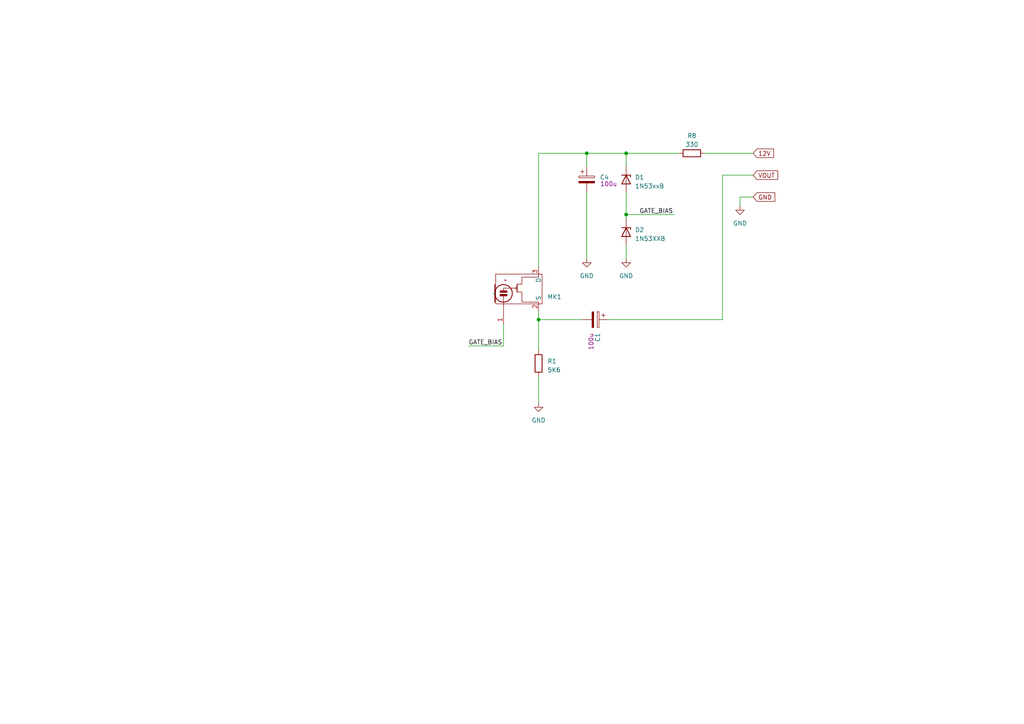
<source format=kicad_sch>
(kicad_sch (version 20230121) (generator eeschema)
  (paper "A4")
  (lib_symbols
    (symbol "Device:C_Polarized" (pin_numbers hide) (pin_names (offset 0.254))
      (property "Reference" "C" (at 0.635 2.54 0))
      (property "Value" "C_Polarized" (at 0.635 -2.54 0))
      (symbol "C_Polarized_0_1"
        (rectangle (start -2.286 0.508) (end 2.286 1.016))
        (polyline (pts (xy -1.778 2.286) (xy -0.762 2.286)))
        (polyline (pts (xy -1.27 2.794) (xy -1.27 1.778)))
        (rectangle (start 2.286 -0.508) (end -2.286 -1.016) (fill (type outline)))
      )
      (symbol "C_Polarized_1_1"
        (pin passive line (at 0 3.81 270) (length 2.794) (name "~") (number "1"))
        (pin passive line (at 0 -3.81 90) (length 2.794) (name "~") (number "2"))
      )
    )
    (symbol "Device:Electret_3T"
      (property "Reference" "MK" (at -11.43 -1.27 0))
      (symbol "Electret_3T_0_1"
        (rectangle (start -8.636 4.318) (end 4.826 -4.318))
        (circle (center -6.35 -1.27) (radius 2.54) (stroke (width 0.254)))
        (rectangle (start -5.334 -1.524) (end -7.366 -2.032) (fill (type outline)))
        (rectangle (start -5.334 -0.508) (end -7.366 -1.016) (fill (type outline)))
        (polyline (pts (xy -8.89 1.27) (xy -8.89 -3.81)) (stroke (width 0.254)))
        (polyline (pts (xy -6.35 -7.62) (xy -6.35 -2.8194)))
        (polyline (pts (xy -6.35 -2.032) (xy -6.35 -2.794)))
        (polyline (pts (xy -6.35 -0.508) (xy -6.35 0.254)))
        (polyline (pts (xy -6.096 2.54) (xy -5.588 2.54)))
        (polyline (pts (xy -5.842 2.794) (xy -5.842 2.286)))
        (polyline (pts (xy -2.54 -0.889) (xy -2.54 1.397)))
        (polyline (pts (xy -6.35 0.254) (xy -2.667 0.254) (xy -2.8194 0.4318) (xy -2.8194 0.0762) (xy -2.667 0.254)))
        (polyline (pts (xy 3.81 3.81) (xy 3.81 3.429) (xy -1.016 3.429) (xy -1.016 1.397) (xy -2.286 1.397) (xy -2.286 -0.889) (xy -1.016 -0.889) (xy -1.016 -3.81) (xy 3.81 -3.81)))
      )
      (symbol "Electret_3T_1_1"
        (pin passive line (at -6.35 -10.16 90) (length 2.54) (name "") (number "1"))
        (pin passive line (at 3.81 -6.35 90) (length 2.54) (name "S") (number "2"))
        (pin passive line (at 3.81 6.35 270) (length 2.54) (name "D") (number "3"))
      )
    )
    (symbol "Device:R" (pin_numbers hide) (pin_names (offset 0))
      (property "Reference" "R" (at 2.032 0 90))
      (property "Value" "R" (at 0 0 90))
      (symbol "R_0_1"
        (rectangle (start -1.016 -2.54) (end 1.016 2.54) (stroke (width 0.254)))
      )
      (symbol "R_1_1"
        (pin passive line (at 0 3.81 270) (length 1.27) (name "~") (number "1"))
        (pin passive line (at 0 -3.81 90) (length 1.27) (name "~") (number "2"))
      )
    )
    (symbol "Diode:1N53xxB" (pin_numbers hide) (pin_names hide)
      (property "Reference" "D" (at 0 2.54 0))
      (property "Value" "1N53xxB" (at 0 -2.54 0))
      (symbol "1N53xxB_0_1"
        (polyline (pts (xy 1.27 0) (xy -1.27 0)))
        (polyline (pts (xy -1.27 -1.27) (xy -1.27 1.27) (xy -0.762 1.27)) (stroke (width 0.254)))
        (polyline (pts (xy 1.27 -1.27) (xy 1.27 1.27) (xy -1.27 0) (xy 1.27 -1.27)) (stroke (width 0.254)))
      )
      (symbol "1N53xxB_1_1"
        (pin passive line (at -3.81 0 0) (length 2.54) (name "K") (number "1"))
        (pin passive line (at 3.81 0 180) (length 2.54) (name "A") (number "2"))
      )
    )
    (symbol "power:GND" (power) (pin_names (offset 0))
      (property "Value" "GND" (at 0 -3.81 0))
      (symbol "GND_0_1"
        (polyline (pts (xy 0 0) (xy 0 -1.27) (xy 1.27 -1.27) (xy 0 -2.54) (xy -1.27 -1.27) (xy 0 -1.27)))
      )
      (symbol "GND_1_1"
        (pin power_in line (at 0 0 270) (length 0) hide (name "GND") (number "1"))
      )
    )
  )
  (junction (at 181.61 44.45))
  (junction (at 170.18 44.45))
  (junction (at 156.21 92.71))
  (junction (at 181.61 62.23))
  (wire (pts (xy 181.61 62.23) (xy 195.58 62.23)))
  (wire (pts (xy 181.61 44.45) (xy 196.85 44.45)))
  (wire (pts (xy 181.61 48.26) (xy 181.61 44.45)))
  (wire (pts (xy 181.61 74.93) (xy 181.61 71.12)))
  (wire (pts (xy 156.21 77.47) (xy 156.21 44.45)))
  (wire (pts (xy 181.61 55.88) (xy 181.61 62.23)))
  (wire (pts (xy 218.44 57.15) (xy 214.63 57.15)))
  (wire (pts (xy 170.18 44.45) (xy 181.61 44.45)))
  (wire (pts (xy 209.55 92.71) (xy 176.53 92.71)))
  (wire (pts (xy 156.21 90.17) (xy 156.21 92.71)))
  (wire (pts (xy 146.05 100.33) (xy 146.05 93.98)))
  (wire (pts (xy 135.89 100.33) (xy 146.05 100.33)))
  (wire (pts (xy 181.61 62.23) (xy 181.61 63.5)))
  (wire (pts (xy 156.21 44.45) (xy 170.18 44.45)))
  (wire (pts (xy 218.44 50.8) (xy 209.55 50.8)))
  (wire (pts (xy 204.47 44.45) (xy 218.44 44.45)))
  (wire (pts (xy 170.18 55.88) (xy 170.18 74.93)))
  (wire (pts (xy 214.63 57.15) (xy 214.63 59.69)))
  (wire (pts (xy 156.21 109.22) (xy 156.21 116.84)))
  (wire (pts (xy 170.18 48.26) (xy 170.18 44.45)))
  (wire (pts (xy 156.21 92.71) (xy 156.21 101.6)))
  (wire (pts (xy 209.55 50.8) (xy 209.55 92.71)))
  (wire (pts (xy 156.21 92.71) (xy 168.91 92.71)))
  (label "GATE_BIAS" (at 185.42 62.23 0))
  (label "GATE_BIAS" (at 135.89 100.33 0))
  (global_label "GND" (shape input) (at 218.44 57.15 0) (property "Intersheetrefs" "${INTERSHEET_REFS}" (effects hide)))
  (global_label "12V" (shape input) (at 218.44 44.45 0) (property "Intersheetrefs" "${INTERSHEET_REFS}" (effects hide)))
  (global_label "VOUT" (shape input) (at 218.44 50.8 0) (property "Intersheetrefs" "${INTERSHEET_REFS}" (effects hide)))
  (symbol (lib_id "Device:R") (at 156.21 105.41 0) (unit 1)
    (property "Reference" "R1" (at 158.75 104.775 0) (effects (justify left)))
    (property "Value" "5K6" (at 158.75 107.315 0) (effects (justify left)))
    (property "Footprint" "Resistor_SMD:R_0603_1608Metric_Pad0.98x0.95mm_HandSolder" (effects hide))
  )
  (symbol (lib_id "Device:C_Polarized") (at 170.18 52.07 0) (unit 1)
    (property "Reference" "C4" (at 173.99 51.435 0) (effects (justify left)))
    (property "Value" "UHE1H101MPD" (effects hide))
    (property "Footprint" "Capacitor_THT:CP_Radial_D8.0mm_P3.50mm" (effects hide))
    (property "Size" "100u" (at 176.53 53.34 0))
  )
  (symbol (lib_id "power:GND") (at 170.18 74.93 0) (unit 1)
    (property "Reference" "#PWR06" (effects hide))
    (property "Value" "GND" (at 170.18 80.01 0))
  )
  (symbol (lib_id "power:GND") (at 156.21 116.84 0) (unit 1)
    (property "Reference" "#PWR01" (effects hide))
    (property "Value" "GND" (at 156.21 121.92 0))
  )
  (symbol (lib_id "Device:R") (at 200.66 44.45 90) (unit 1)
    (property "Reference" "R8" (at 200.66 39.37 90))
    (property "Value" "330" (at 200.66 41.91 90))
    (property "Footprint" "Resistor_SMD:R_0603_1608Metric_Pad0.98x0.95mm_HandSolder" (effects hide))
  )
  (symbol (lib_id "power:GND") (at 214.63 59.69 0) (unit 1)
    (property "Reference" "#PWR08" (effects hide))
    (property "Value" "GND" (at 214.63 64.77 0))
  )
  (symbol (lib_id "Diode:1N53xxB") (at 181.61 67.31 270) (unit 1)
    (property "Reference" "D2" (at 184.15 66.675 90) (effects (justify left)))
    (property "Value" "1N53XXB" (at 184.15 69.215 90) (effects (justify left)))
    (property "Footprint" "Diode_THT:D_DO-201_P15.24mm_Horizontal" (effects hide))
    (property "Datasheet" "https://diotec.com/tl_files/diotec/files/pdf/datasheets/1n5345b.pdf" (effects hide))
  )
  (symbol (lib_id "Device:C_Polarized") (at 172.72 92.71 270) (unit 1)
    (property "Reference" "C1" (at 173.355 96.52 0) (effects (justify left)))
    (property "Value" "UHE1H101MPD" (effects hide))
    (property "Footprint" "Capacitor_THT:CP_Radial_D8.0mm_P3.50mm" (effects hide))
    (property "Size" "100u" (at 171.45 99.06 0))
  )
  (symbol (lib_id "Diode:1N53xxB") (at 181.61 52.07 270) (unit 1)
    (property "Reference" "D1" (at 184.15 51.435 90) (effects (justify left)))
    (property "Value" "1N53xxB" (at 184.15 53.975 90) (effects (justify left)))
    (property "Footprint" "Diode_THT:D_DO-201_P15.24mm_Horizontal" (effects hide))
    (property "Datasheet" "https://diotec.com/tl_files/diotec/files/pdf/datasheets/1n5345b.pdf" (effects hide))
  )
  (symbol (lib_id "power:GND") (at 181.61 74.93 0) (unit 1)
    (property "Reference" "#PWR07" (effects hide))
    (property "Value" "GND" (at 181.61 80.01 0))
  )
  (symbol (lib_id "Device:Electret_3T") (at 152.4 83.82 0) (unit 1)
    (property "Reference" "MK1" (at 158.75 86.106 0) (effects (justify left)))
    (property "Value" "~" (at 143.51 85.09 0))
  )
)
</source>
